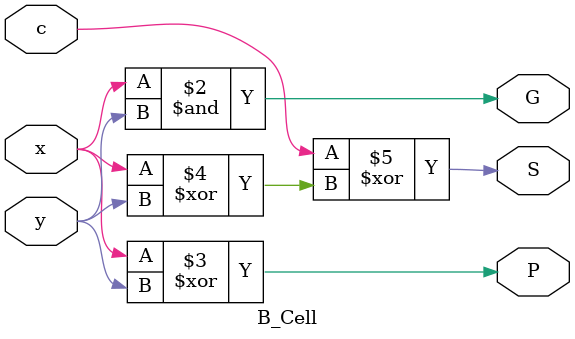
<source format=v>
module B_Cell(
 input x, y, c,
 output reg G, P, S);
 
 // Not sure about the sensitivity list needed for this always block
 always @(x or y or c) begin
	G <= x & y;
	P <= x ^ y;
	S <= c ^ (x^y);
end 

endmodule 
</source>
